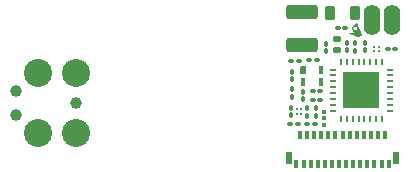
<source format=gbr>
%TF.GenerationSoftware,KiCad,Pcbnew,(7.0.0)*%
%TF.CreationDate,2023-02-26T18:00:26-05:00*%
%TF.ProjectId,headstage-neuropix2e,68656164-7374-4616-9765-2d6e6575726f,A*%
%TF.SameCoordinates,Original*%
%TF.FileFunction,Soldermask,Bot*%
%TF.FilePolarity,Negative*%
%FSLAX46Y46*%
G04 Gerber Fmt 4.6, Leading zero omitted, Abs format (unit mm)*
G04 Created by KiCad (PCBNEW (7.0.0)) date 2023-02-26 18:00:26*
%MOMM*%
%LPD*%
G01*
G04 APERTURE LIST*
G04 Aperture macros list*
%AMRoundRect*
0 Rectangle with rounded corners*
0 $1 Rounding radius*
0 $2 $3 $4 $5 $6 $7 $8 $9 X,Y pos of 4 corners*
0 Add a 4 corners polygon primitive as box body*
4,1,4,$2,$3,$4,$5,$6,$7,$8,$9,$2,$3,0*
0 Add four circle primitives for the rounded corners*
1,1,$1+$1,$2,$3*
1,1,$1+$1,$4,$5*
1,1,$1+$1,$6,$7*
1,1,$1+$1,$8,$9*
0 Add four rect primitives between the rounded corners*
20,1,$1+$1,$2,$3,$4,$5,0*
20,1,$1+$1,$4,$5,$6,$7,0*
20,1,$1+$1,$6,$7,$8,$9,0*
20,1,$1+$1,$8,$9,$2,$3,0*%
%AMFreePoly0*
4,1,13,-0.200000,0.080000,-0.190866,0.125922,-0.164853,0.164853,-0.125922,0.190866,-0.080000,0.200000,0.200000,0.200000,0.200000,-0.200000,-0.080000,-0.200000,-0.125922,-0.190866,-0.164853,-0.164853,-0.190866,-0.125922,-0.200000,-0.080000,-0.200000,0.080000,-0.200000,0.080000,$1*%
%AMFreePoly1*
4,1,13,-0.200000,0.200000,0.080000,0.200000,0.125922,0.190866,0.164853,0.164853,0.190866,0.125922,0.200000,0.080000,0.200000,-0.080000,0.190866,-0.125922,0.164853,-0.164853,0.125922,-0.190866,0.080000,-0.200000,-0.200000,-0.200000,-0.200000,0.200000,-0.200000,0.200000,$1*%
%AMFreePoly2*
4,1,6,0.350000,-0.250000,-0.225000,-0.250000,-0.350000,-0.125000,-0.350000,0.250000,0.350000,0.250000,0.350000,-0.250000,0.350000,-0.250000,$1*%
G04 Aperture macros list end*
%ADD10O,1.400000X2.600000*%
%ADD11C,0.990600*%
%ADD12C,2.374900*%
%ADD13FreePoly0,90.000000*%
%ADD14R,0.400000X0.400000*%
%ADD15FreePoly1,90.000000*%
%ADD16RoundRect,0.218750X0.218750X0.381250X-0.218750X0.381250X-0.218750X-0.381250X0.218750X-0.381250X0*%
%ADD17RoundRect,0.015000X-0.135000X-0.310000X0.135000X-0.310000X0.135000X0.310000X-0.135000X0.310000X0*%
%ADD18RoundRect,0.020000X-0.180000X-0.480000X0.180000X-0.480000X0.180000X0.480000X-0.180000X0.480000X0*%
%ADD19C,0.180000*%
%ADD20RoundRect,0.100000X0.130000X0.100000X-0.130000X0.100000X-0.130000X-0.100000X0.130000X-0.100000X0*%
%ADD21C,0.200000*%
%ADD22RoundRect,0.100000X-0.130000X-0.100000X0.130000X-0.100000X0.130000X0.100000X-0.130000X0.100000X0*%
%ADD23RoundRect,0.140000X0.170000X-0.140000X0.170000X0.140000X-0.170000X0.140000X-0.170000X-0.140000X0*%
%ADD24RoundRect,0.100000X0.100000X-0.130000X0.100000X0.130000X-0.100000X0.130000X-0.100000X-0.130000X0*%
%ADD25RoundRect,0.100000X-0.100000X0.130000X-0.100000X-0.130000X0.100000X-0.130000X0.100000X0.130000X0*%
%ADD26FreePoly2,270.000000*%
%ADD27R,0.400000X0.700000*%
%ADD28R,0.599999X0.249999*%
%ADD29R,0.249999X0.599999*%
%ADD30R,3.099999X3.099999*%
%ADD31RoundRect,0.250000X1.075000X-0.375000X1.075000X0.375000X-1.075000X0.375000X-1.075000X-0.375000X0*%
G04 APERTURE END LIST*
%TO.C,G\u002A\u002A\u002A*%
G36*
X143586448Y-83722998D02*
G01*
X143588605Y-83720915D01*
X143596673Y-83713599D01*
X143603344Y-83708113D01*
X143608863Y-83704221D01*
X143613477Y-83701690D01*
X143617434Y-83700283D01*
X143620979Y-83699767D01*
X143624359Y-83699905D01*
X143627822Y-83700462D01*
X143631614Y-83701206D01*
X143636833Y-83702666D01*
X143649042Y-83709634D01*
X143659452Y-83720254D01*
X143666385Y-83732993D01*
X143666843Y-83734201D01*
X143669468Y-83740712D01*
X143674165Y-83752142D01*
X143680797Y-83768158D01*
X143689221Y-83788426D01*
X143693231Y-83798050D01*
X143699300Y-83812615D01*
X143710892Y-83840390D01*
X143723859Y-83871420D01*
X143738060Y-83905372D01*
X143753356Y-83941914D01*
X143769607Y-83980711D01*
X143786673Y-84021433D01*
X143804415Y-84063745D01*
X143822692Y-84107316D01*
X143841366Y-84151812D01*
X143860296Y-84196901D01*
X143879342Y-84242251D01*
X143898365Y-84287527D01*
X143917224Y-84332399D01*
X143935782Y-84376532D01*
X143953896Y-84419595D01*
X143971428Y-84461254D01*
X143988239Y-84501177D01*
X144004187Y-84539032D01*
X144019134Y-84574484D01*
X144032940Y-84607203D01*
X144045465Y-84636854D01*
X144056569Y-84663106D01*
X144066112Y-84685625D01*
X144073955Y-84704079D01*
X144079958Y-84718136D01*
X144083981Y-84727461D01*
X144085885Y-84731723D01*
X144087269Y-84734754D01*
X144091346Y-84750101D01*
X144091060Y-84765169D01*
X144086749Y-84778776D01*
X144078748Y-84789735D01*
X144067394Y-84796862D01*
X144065515Y-84797490D01*
X144058172Y-84799786D01*
X144046078Y-84803486D01*
X144029772Y-84808428D01*
X144009797Y-84814449D01*
X143986695Y-84821385D01*
X143961007Y-84829073D01*
X143933274Y-84837350D01*
X143904039Y-84846054D01*
X143886925Y-84851149D01*
X143858425Y-84859665D01*
X143831707Y-84867687D01*
X143807320Y-84875046D01*
X143785810Y-84881579D01*
X143767726Y-84887116D01*
X143753613Y-84891494D01*
X143744020Y-84894544D01*
X143739493Y-84896100D01*
X143730122Y-84898953D01*
X143714471Y-84899149D01*
X143697690Y-84893819D01*
X143697521Y-84893743D01*
X143692743Y-84891705D01*
X143682912Y-84887608D01*
X143668364Y-84881589D01*
X143649437Y-84873786D01*
X143626469Y-84864338D01*
X143599795Y-84853384D01*
X143569755Y-84841061D01*
X143536684Y-84827507D01*
X143500920Y-84812862D01*
X143462800Y-84797264D01*
X143422661Y-84780850D01*
X143380841Y-84763759D01*
X143364371Y-84757032D01*
X143756553Y-84757032D01*
X143757223Y-84766045D01*
X143758447Y-84776009D01*
X143760001Y-84785225D01*
X143761665Y-84791995D01*
X143763218Y-84794619D01*
X143764689Y-84794360D01*
X143771131Y-84792723D01*
X143781550Y-84789829D01*
X143794900Y-84785972D01*
X143810136Y-84781444D01*
X143818906Y-84778788D01*
X143832889Y-84774477D01*
X143844220Y-84770886D01*
X143851913Y-84768329D01*
X143854981Y-84767122D01*
X143855195Y-84766864D01*
X143855021Y-84766348D01*
X143853443Y-84765702D01*
X143849735Y-84764769D01*
X143843173Y-84763391D01*
X143833031Y-84761412D01*
X143818584Y-84758675D01*
X143799108Y-84755022D01*
X143793813Y-84754044D01*
X143779795Y-84751593D01*
X143768315Y-84749788D01*
X143760443Y-84748789D01*
X143757247Y-84748755D01*
X143756655Y-84750670D01*
X143756553Y-84757032D01*
X143364371Y-84757032D01*
X143337676Y-84746129D01*
X143333291Y-84744339D01*
X143290312Y-84726782D01*
X143248751Y-84709789D01*
X143208942Y-84693497D01*
X143194388Y-84687535D01*
X143432120Y-84687535D01*
X143433131Y-84688240D01*
X143436522Y-84689872D01*
X143442630Y-84692571D01*
X143451794Y-84696479D01*
X143464353Y-84701735D01*
X143480646Y-84708482D01*
X143501011Y-84716859D01*
X143525787Y-84727009D01*
X143555312Y-84739071D01*
X143589926Y-84753188D01*
X143592071Y-84753067D01*
X143590880Y-84749406D01*
X143586160Y-84741900D01*
X143577758Y-84730260D01*
X143563569Y-84711235D01*
X143498317Y-84698908D01*
X143488229Y-84697016D01*
X143470451Y-84693750D01*
X143455130Y-84691025D01*
X143443087Y-84688983D01*
X143435147Y-84687766D01*
X143432131Y-84687514D01*
X143432120Y-84687535D01*
X143194388Y-84687535D01*
X143171219Y-84678044D01*
X143135915Y-84663568D01*
X143103363Y-84650204D01*
X143073897Y-84638090D01*
X143047851Y-84627363D01*
X143025559Y-84618161D01*
X143007352Y-84610620D01*
X142993566Y-84604877D01*
X142984534Y-84601070D01*
X142980589Y-84599336D01*
X142978709Y-84598308D01*
X142968452Y-84589252D01*
X142961593Y-84577059D01*
X142958520Y-84563298D01*
X142959619Y-84549534D01*
X142965277Y-84537335D01*
X142967949Y-84534048D01*
X142977925Y-84525144D01*
X142989042Y-84518953D01*
X142999315Y-84516682D01*
X143000898Y-84516845D01*
X143008029Y-84517943D01*
X143020228Y-84520007D01*
X143037050Y-84522957D01*
X143058052Y-84526711D01*
X143082789Y-84531190D01*
X143110816Y-84536312D01*
X143141690Y-84541997D01*
X143174964Y-84548165D01*
X143210196Y-84554733D01*
X143246941Y-84561623D01*
X143268166Y-84565609D01*
X143303769Y-84572275D01*
X143337449Y-84578555D01*
X143368781Y-84584370D01*
X143397338Y-84589644D01*
X143422696Y-84594298D01*
X143432131Y-84596015D01*
X143444429Y-84598254D01*
X143462112Y-84601434D01*
X143475319Y-84603760D01*
X143483625Y-84605155D01*
X143486605Y-84605539D01*
X143485794Y-84604127D01*
X143481901Y-84598337D01*
X143475018Y-84588399D01*
X143465390Y-84574659D01*
X143453263Y-84557463D01*
X143438880Y-84537157D01*
X143422488Y-84514087D01*
X143404330Y-84488598D01*
X143384654Y-84461036D01*
X143363702Y-84431747D01*
X143341721Y-84401078D01*
X143326191Y-84379415D01*
X143317586Y-84367394D01*
X143427264Y-84367394D01*
X143427713Y-84368008D01*
X143431141Y-84372773D01*
X143437516Y-84381677D01*
X143446508Y-84394256D01*
X143457787Y-84410049D01*
X143471023Y-84428593D01*
X143485884Y-84449425D01*
X143502042Y-84472083D01*
X143519166Y-84496105D01*
X143525295Y-84504701D01*
X143542179Y-84528341D01*
X143558026Y-84550474D01*
X143572501Y-84570635D01*
X143585267Y-84588357D01*
X143595988Y-84603173D01*
X143604326Y-84614617D01*
X143609946Y-84622222D01*
X143612512Y-84625523D01*
X143617371Y-84628523D01*
X143626216Y-84631862D01*
X143636956Y-84634678D01*
X143656713Y-84638810D01*
X143656327Y-84628191D01*
X143656155Y-84625125D01*
X143655442Y-84615860D01*
X143654304Y-84602774D01*
X143653576Y-84594922D01*
X143742604Y-84594922D01*
X143742827Y-84601026D01*
X143743603Y-84610467D01*
X143744759Y-84621723D01*
X143746124Y-84633274D01*
X143747523Y-84643599D01*
X143748785Y-84651175D01*
X143749738Y-84654483D01*
X143752320Y-84655382D01*
X143757247Y-84656587D01*
X143759880Y-84657231D01*
X143771404Y-84659733D01*
X143785922Y-84662681D01*
X143802462Y-84665863D01*
X143816779Y-84668495D01*
X143831446Y-84671067D01*
X143843195Y-84672990D01*
X143851081Y-84674108D01*
X143854163Y-84674270D01*
X143853422Y-84673399D01*
X143848755Y-84669554D01*
X143840369Y-84663107D01*
X143828909Y-84654543D01*
X143815017Y-84644345D01*
X143799335Y-84632997D01*
X143789180Y-84625716D01*
X143774403Y-84615191D01*
X143761714Y-84606242D01*
X143751778Y-84599331D01*
X143745258Y-84594924D01*
X143742817Y-84593483D01*
X143742604Y-84594922D01*
X143653576Y-84594922D01*
X143652854Y-84587144D01*
X143651204Y-84570250D01*
X143646468Y-84522928D01*
X143549879Y-84453548D01*
X143543759Y-84449151D01*
X143522349Y-84433771D01*
X143502062Y-84419197D01*
X143483503Y-84405862D01*
X143467278Y-84394202D01*
X143453991Y-84384653D01*
X143444249Y-84377648D01*
X143438655Y-84373623D01*
X143431825Y-84368964D01*
X143427656Y-84366673D01*
X143427264Y-84367394D01*
X143317586Y-84367394D01*
X143304639Y-84349308D01*
X143284172Y-84320664D01*
X143265050Y-84293849D01*
X143247530Y-84269228D01*
X143231873Y-84247166D01*
X143218338Y-84228029D01*
X143207184Y-84212183D01*
X143198671Y-84199993D01*
X143193057Y-84191824D01*
X143190602Y-84188042D01*
X143187974Y-84182059D01*
X143185835Y-84167519D01*
X143187084Y-84162303D01*
X143301089Y-84162303D01*
X143302892Y-84163883D01*
X143309003Y-84168601D01*
X143318992Y-84176107D01*
X143332394Y-84186063D01*
X143348748Y-84198134D01*
X143367589Y-84211982D01*
X143388456Y-84227271D01*
X143410885Y-84243664D01*
X143427656Y-84255896D01*
X143434414Y-84260825D01*
X143458578Y-84278416D01*
X143482915Y-84296101D01*
X143506963Y-84313544D01*
X143530258Y-84330407D01*
X143552337Y-84346354D01*
X143572738Y-84361048D01*
X143590996Y-84374153D01*
X143606650Y-84385331D01*
X143619236Y-84394246D01*
X143628292Y-84400562D01*
X143633353Y-84403941D01*
X143633710Y-84404154D01*
X143634467Y-84404408D01*
X143635047Y-84403946D01*
X143635422Y-84402343D01*
X143635562Y-84399172D01*
X143635439Y-84394007D01*
X143635022Y-84386422D01*
X143634284Y-84375990D01*
X143633194Y-84362286D01*
X143631724Y-84344882D01*
X143629845Y-84323353D01*
X143627528Y-84297273D01*
X143624743Y-84266215D01*
X143621461Y-84229753D01*
X143619066Y-84203144D01*
X143615337Y-84161717D01*
X143612063Y-84125317D01*
X143609200Y-84093436D01*
X143606701Y-84065566D01*
X143604522Y-84041199D01*
X143603759Y-84032631D01*
X143692284Y-84032631D01*
X143692810Y-84038038D01*
X143693186Y-84041024D01*
X143694067Y-84049635D01*
X143695364Y-84063204D01*
X143697032Y-84081244D01*
X143699029Y-84103267D01*
X143701310Y-84128788D01*
X143703831Y-84157318D01*
X143706549Y-84188370D01*
X143709420Y-84221459D01*
X143712400Y-84256095D01*
X143714825Y-84284201D01*
X143717741Y-84317481D01*
X143720531Y-84348758D01*
X143723150Y-84377554D01*
X143725551Y-84403389D01*
X143727690Y-84425786D01*
X143729522Y-84444265D01*
X143731001Y-84458346D01*
X143732082Y-84467553D01*
X143732721Y-84471404D01*
X143733908Y-84472820D01*
X143739397Y-84477641D01*
X143742817Y-84480389D01*
X143748851Y-84485237D01*
X143761768Y-84495226D01*
X143777646Y-84507227D01*
X143795985Y-84520858D01*
X143816281Y-84535738D01*
X143838034Y-84551485D01*
X143852144Y-84561618D01*
X143872862Y-84576430D01*
X143891771Y-84589868D01*
X143908380Y-84601588D01*
X143922202Y-84611248D01*
X143932747Y-84618505D01*
X143939527Y-84623016D01*
X143942053Y-84624438D01*
X143941784Y-84623503D01*
X143939622Y-84617863D01*
X143935459Y-84607489D01*
X143929470Y-84592803D01*
X143921832Y-84574226D01*
X143912722Y-84552180D01*
X143902317Y-84527086D01*
X143890792Y-84499365D01*
X143878326Y-84469438D01*
X143865094Y-84437726D01*
X143851273Y-84404652D01*
X143837039Y-84370635D01*
X143822570Y-84336098D01*
X143808042Y-84301461D01*
X143793632Y-84267146D01*
X143779515Y-84233574D01*
X143765869Y-84201166D01*
X143752871Y-84170344D01*
X143740697Y-84141529D01*
X143729524Y-84115142D01*
X143719528Y-84091604D01*
X143710886Y-84071336D01*
X143703774Y-84054761D01*
X143698370Y-84042298D01*
X143694850Y-84034370D01*
X143693390Y-84031397D01*
X143693231Y-84031264D01*
X143692284Y-84032631D01*
X143603759Y-84032631D01*
X143602618Y-84019829D01*
X143600943Y-84000945D01*
X143599453Y-83984042D01*
X143598101Y-83968611D01*
X143596844Y-83954143D01*
X143595637Y-83940132D01*
X143594433Y-83926070D01*
X143593187Y-83911448D01*
X143592811Y-83907068D01*
X143591212Y-83889619D01*
X143589678Y-83874538D01*
X143588307Y-83862694D01*
X143587197Y-83854951D01*
X143586448Y-83852177D01*
X143585415Y-83853024D01*
X143580801Y-83857638D01*
X143572872Y-83865898D01*
X143562012Y-83877388D01*
X143548605Y-83891689D01*
X143533035Y-83908385D01*
X143515686Y-83927057D01*
X143496942Y-83947289D01*
X143477187Y-83968663D01*
X143456806Y-83990762D01*
X143436182Y-84013168D01*
X143415699Y-84035464D01*
X143395742Y-84057233D01*
X143376694Y-84078056D01*
X143358940Y-84097518D01*
X143342864Y-84115199D01*
X143328849Y-84130684D01*
X143317280Y-84143554D01*
X143308541Y-84153392D01*
X143303016Y-84159781D01*
X143301089Y-84162303D01*
X143187084Y-84162303D01*
X143189266Y-84153190D01*
X143190621Y-84151329D01*
X143195745Y-84145253D01*
X143204387Y-84135396D01*
X143216278Y-84122055D01*
X143231149Y-84105528D01*
X143248729Y-84086111D01*
X143268747Y-84064103D01*
X143290935Y-84039801D01*
X143315021Y-84013501D01*
X143340737Y-83985501D01*
X143367812Y-83956098D01*
X143395975Y-83925591D01*
X143412358Y-83907864D01*
X143444113Y-83873508D01*
X143472250Y-83843096D01*
X143497014Y-83816393D01*
X143518653Y-83793165D01*
X143537414Y-83773176D01*
X143553542Y-83756192D01*
X143567286Y-83741977D01*
X143578891Y-83730296D01*
X143586448Y-83722998D01*
G37*
%TD*%
D10*
%TO.C,TP2*%
X146634999Y-83419999D03*
%TD*%
%TO.C,TP1*%
X144954999Y-83419999D03*
%TD*%
D11*
%TO.C,J4*%
X114745000Y-89444000D03*
D12*
X116650000Y-93000000D03*
X116650000Y-87920000D03*
D11*
X114745000Y-91476000D03*
X119825000Y-90460000D03*
D12*
X119825000Y-93000000D03*
X119825000Y-87920000D03*
%TD*%
D13*
%TO.C,JP1*%
X140824999Y-92329999D03*
D14*
X140824999Y-91789999D03*
D15*
X140824999Y-91249999D03*
%TD*%
D16*
%TO.C,L2*%
X143450000Y-82900000D03*
X141325000Y-82900000D03*
%TD*%
D17*
%TO.C,J3*%
X146325000Y-95650000D03*
X146025000Y-93150000D03*
X145725000Y-95650000D03*
X145425000Y-93150000D03*
X145125000Y-95650000D03*
X144825000Y-93150000D03*
X144525000Y-95650000D03*
X144225000Y-93150000D03*
X143925000Y-95650000D03*
X143625000Y-93150000D03*
X143325000Y-95650000D03*
X143025000Y-93150000D03*
X142725000Y-95650000D03*
X142425000Y-93150000D03*
X142125000Y-95650000D03*
X141825000Y-93150000D03*
X141525000Y-95650000D03*
X141225000Y-93150000D03*
X140925000Y-95650000D03*
X140625000Y-93150000D03*
X140325000Y-95650000D03*
X140025000Y-93150000D03*
X139725000Y-95650000D03*
X139425000Y-93150000D03*
X139125000Y-95650000D03*
X138825000Y-93150000D03*
X138525000Y-95650000D03*
D18*
X146925000Y-95175000D03*
X137925000Y-95175000D03*
%TD*%
D19*
%TO.C,U6*%
X145475000Y-86100000D03*
X145475000Y-85700000D03*
X145075000Y-86100000D03*
X145075000Y-85700000D03*
%TD*%
D20*
%TO.C,C25*%
X146895000Y-85950000D03*
X146255000Y-85950000D03*
%TD*%
D21*
%TO.C,U2*%
X138570000Y-91025000D03*
X138570000Y-91375000D03*
X138920000Y-91025000D03*
X138920000Y-91375000D03*
%TD*%
D22*
%TO.C,R5*%
X138055000Y-86900000D03*
X138695000Y-86900000D03*
%TD*%
D20*
%TO.C,C28*%
X140065000Y-92300000D03*
X139425000Y-92300000D03*
%TD*%
D23*
%TO.C,C12*%
X141925000Y-85980000D03*
X141925000Y-85020000D03*
%TD*%
D24*
%TO.C,C11*%
X143475000Y-86040000D03*
X143475000Y-85400000D03*
%TD*%
%TO.C,R11*%
X140165000Y-91570000D03*
X140165000Y-90930000D03*
%TD*%
D25*
%TO.C,L3*%
X141055000Y-85460000D03*
X141055000Y-86100000D03*
%TD*%
D24*
%TO.C,C4*%
X139445000Y-91570000D03*
X139445000Y-90930000D03*
%TD*%
D20*
%TO.C,R12*%
X140545000Y-89500000D03*
X139905000Y-89500000D03*
%TD*%
D22*
%TO.C,C21*%
X139615000Y-86860000D03*
X140255000Y-86860000D03*
%TD*%
D26*
%TO.C,U5*%
X139100000Y-87725000D03*
D27*
X140599999Y-87724999D03*
X140599999Y-88674999D03*
X139049999Y-88674999D03*
%TD*%
D24*
%TO.C,C27*%
X139055000Y-90160000D03*
X139055000Y-89520000D03*
%TD*%
D20*
%TO.C,C24*%
X140545000Y-90200000D03*
X139905000Y-90200000D03*
%TD*%
D22*
%TO.C,R8*%
X138015000Y-92300000D03*
X138655000Y-92300000D03*
%TD*%
%TO.C,R2*%
X142005000Y-84100000D03*
X142645000Y-84100000D03*
%TD*%
D25*
%TO.C,C5*%
X138045000Y-90880000D03*
X138045000Y-91520000D03*
%TD*%
%TO.C,C26*%
X138125000Y-89300000D03*
X138125000Y-89940000D03*
%TD*%
D24*
%TO.C,C10*%
X142775000Y-86020000D03*
X142775000Y-85380000D03*
%TD*%
D28*
%TO.C,U3*%
X141624999Y-91149998D03*
X141624999Y-90649999D03*
X141624999Y-90150000D03*
X141624999Y-89649999D03*
X141624999Y-89149999D03*
X141624999Y-88650001D03*
X141624999Y-88149999D03*
X141624999Y-87650000D03*
D29*
X142275000Y-86999999D03*
X142774999Y-86999999D03*
X143274998Y-86999999D03*
X143774999Y-86999999D03*
X144274999Y-86999999D03*
X144774997Y-86999999D03*
X145274999Y-86999999D03*
X145774998Y-86999999D03*
D28*
X146424999Y-87650000D03*
X146424999Y-88149999D03*
X146424999Y-88650001D03*
X146424999Y-89149999D03*
X146424999Y-89649999D03*
X146424999Y-90150000D03*
X146424999Y-90649999D03*
X146424999Y-91149998D03*
D29*
X145774998Y-91799999D03*
X145274999Y-91799999D03*
X144774997Y-91799999D03*
X144274999Y-91799999D03*
X143774999Y-91799999D03*
X143274998Y-91799999D03*
X142774999Y-91799999D03*
X142275000Y-91799999D03*
D30*
X144024999Y-89399999D03*
%TD*%
D31*
%TO.C,L1*%
X139025000Y-85600000D03*
X139025000Y-82800000D03*
%TD*%
D24*
%TO.C,C23*%
X138145000Y-88490000D03*
X138145000Y-87850000D03*
%TD*%
%TO.C,C20*%
X144325000Y-86020000D03*
X144325000Y-85380000D03*
%TD*%
M02*

</source>
